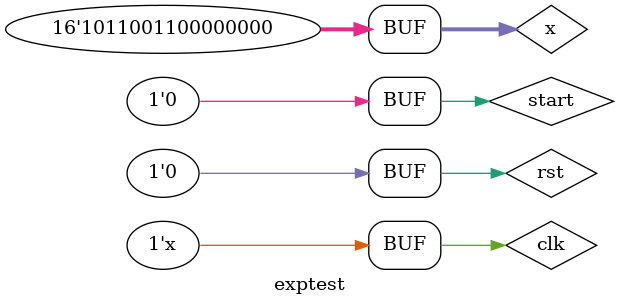
<source format=sv>
`timescale 1 ns/ 1 ns
module exptest;
	reg clk,rst,start;
	reg [15:0] x;
	wire done;
	wire [1:0] intpart;
	wire [15:0]fracpart;
	
	exponential exp(clk,rst,start,x,done,intpart,fracpart);
	
	initial begin
		rst = 1'b1;
		clk = 1'b0;
		start = 1'b0;
	end
	
	initial #24 rst = 1'b0;
	
	always #5 clk = ~clk;

	initial begin
		#10 start = 1'b1;
		#11 x = 16'b1110011001000000;       // exp(0.9) = 2.45 
		#40 start = 1'b0;
		
		#1000 x = 0;
		#1000 start = 1'b1;                 // exp(0.0) = 1 = 0.99999
		#20 start = 1'b0; 

                #1000 x = 16'b1000000000000000;
		#1000 start = 1'b1;                 // exp(0.5) = 1.68
		#20 start = 1'b0; 


                #1000 x = 16'b0100110011000000;
		#1000 start = 1'b1;                 // exp(0.3) = 1.3498
		#20 start = 1'b0; 

                #1000 x = 16'b0001100110000000;
		#1000 start = 1'b1;                 // exp(0.1) = 1.1051
		#20 start = 1'b0; 

                #1000 x = 16'b1011001100000000;
		#1000 start = 1'b1;                 // exp(0.7) = 2.0137
		#20 start = 1'b0; 



	end
endmodule 

</source>
